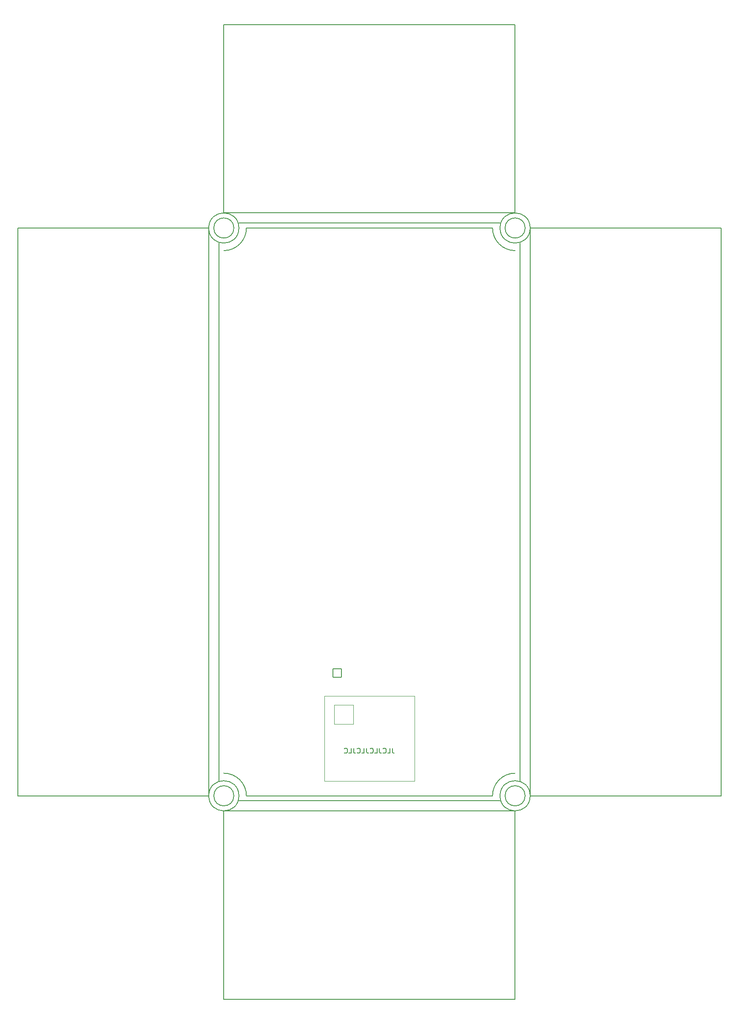
<source format=gbr>
%TF.GenerationSoftware,KiCad,Pcbnew,(6.0.9-0)*%
%TF.CreationDate,2024-05-22T19:22:00+02:00*%
%TF.ProjectId,npnium-switch,6e706e69-756d-42d7-9377-697463682e6b,rev?*%
%TF.SameCoordinates,Original*%
%TF.FileFunction,Legend,Bot*%
%TF.FilePolarity,Positive*%
%FSLAX46Y46*%
G04 Gerber Fmt 4.6, Leading zero omitted, Abs format (unit mm)*
G04 Created by KiCad (PCBNEW (6.0.9-0)) date 2024-05-22 19:22:00*
%MOMM*%
%LPD*%
G01*
G04 APERTURE LIST*
G04 Aperture macros list*
%AMRoundRect*
0 Rectangle with rounded corners*
0 $1 Rounding radius*
0 $2 $3 $4 $5 $6 $7 $8 $9 X,Y pos of 4 corners*
0 Add a 4 corners polygon primitive as box body*
4,1,4,$2,$3,$4,$5,$6,$7,$8,$9,$2,$3,0*
0 Add four circle primitives for the rounded corners*
1,1,$1+$1,$2,$3*
1,1,$1+$1,$4,$5*
1,1,$1+$1,$6,$7*
1,1,$1+$1,$8,$9*
0 Add four rect primitives between the rounded corners*
20,1,$1+$1,$2,$3,$4,$5,0*
20,1,$1+$1,$4,$5,$6,$7,0*
20,1,$1+$1,$6,$7,$8,$9,0*
20,1,$1+$1,$8,$9,$2,$3,0*%
G04 Aperture macros list end*
%ADD10C,0.150000*%
%ADD11C,0.127000*%
%ADD12C,0.120000*%
%ADD13RoundRect,0.051000X0.850000X-0.850000X0.850000X0.850000X-0.850000X0.850000X-0.850000X-0.850000X0*%
%ADD14O,1.802000X1.802000*%
%ADD15RoundRect,0.051000X1.908000X1.908000X-1.908000X1.908000X-1.908000X-1.908000X1.908000X-1.908000X0*%
%ADD16O,4.302000X2.902000*%
G04 APERTURE END LIST*
D10*
X104568047Y-147026380D02*
X104568047Y-147740666D01*
X104615666Y-147883523D01*
X104710904Y-147978761D01*
X104853761Y-148026380D01*
X104949000Y-148026380D01*
X103615666Y-148026380D02*
X104091857Y-148026380D01*
X104091857Y-147026380D01*
X102710904Y-147931142D02*
X102758523Y-147978761D01*
X102901380Y-148026380D01*
X102996619Y-148026380D01*
X103139476Y-147978761D01*
X103234714Y-147883523D01*
X103282333Y-147788285D01*
X103329952Y-147597809D01*
X103329952Y-147454952D01*
X103282333Y-147264476D01*
X103234714Y-147169238D01*
X103139476Y-147074000D01*
X102996619Y-147026380D01*
X102901380Y-147026380D01*
X102758523Y-147074000D01*
X102710904Y-147121619D01*
X101996619Y-147026380D02*
X101996619Y-147740666D01*
X102044238Y-147883523D01*
X102139476Y-147978761D01*
X102282333Y-148026380D01*
X102377571Y-148026380D01*
X101044238Y-148026380D02*
X101520428Y-148026380D01*
X101520428Y-147026380D01*
X100139476Y-147931142D02*
X100187095Y-147978761D01*
X100329952Y-148026380D01*
X100425190Y-148026380D01*
X100568047Y-147978761D01*
X100663285Y-147883523D01*
X100710904Y-147788285D01*
X100758523Y-147597809D01*
X100758523Y-147454952D01*
X100710904Y-147264476D01*
X100663285Y-147169238D01*
X100568047Y-147074000D01*
X100425190Y-147026380D01*
X100329952Y-147026380D01*
X100187095Y-147074000D01*
X100139476Y-147121619D01*
X99425190Y-147026380D02*
X99425190Y-147740666D01*
X99472809Y-147883523D01*
X99568047Y-147978761D01*
X99710904Y-148026380D01*
X99806142Y-148026380D01*
X98472809Y-148026380D02*
X98949000Y-148026380D01*
X98949000Y-147026380D01*
X97568047Y-147931142D02*
X97615666Y-147978761D01*
X97758523Y-148026380D01*
X97853761Y-148026380D01*
X97996619Y-147978761D01*
X98091857Y-147883523D01*
X98139476Y-147788285D01*
X98187095Y-147597809D01*
X98187095Y-147454952D01*
X98139476Y-147264476D01*
X98091857Y-147169238D01*
X97996619Y-147074000D01*
X97853761Y-147026380D01*
X97758523Y-147026380D01*
X97615666Y-147074000D01*
X97568047Y-147121619D01*
X96853761Y-147026380D02*
X96853761Y-147740666D01*
X96901380Y-147883523D01*
X96996619Y-147978761D01*
X97139476Y-148026380D01*
X97234714Y-148026380D01*
X95901380Y-148026380D02*
X96377571Y-148026380D01*
X96377571Y-147026380D01*
X94996619Y-147931142D02*
X95044238Y-147978761D01*
X95187095Y-148026380D01*
X95282333Y-148026380D01*
X95425190Y-147978761D01*
X95520428Y-147883523D01*
X95568047Y-147788285D01*
X95615666Y-147597809D01*
X95615666Y-147454952D01*
X95568047Y-147264476D01*
X95520428Y-147169238D01*
X95425190Y-147074000D01*
X95282333Y-147026380D01*
X95187095Y-147026380D01*
X95044238Y-147074000D01*
X94996619Y-147121619D01*
D11*
%TO.C,*%
X124500000Y-156500000D02*
X100000000Y-156500000D01*
X68000000Y-156500000D02*
X30000000Y-156500000D01*
X68000000Y-156500000D02*
X68000000Y-43500000D01*
X132000000Y-43500000D02*
X170000000Y-43500000D01*
X129000000Y-197000000D02*
X71000000Y-197000000D01*
X71000000Y-40500000D02*
X71000000Y-3000000D01*
X71000000Y-40500000D02*
X129000000Y-40500000D01*
X170000000Y-43500000D02*
X170000000Y-156500000D01*
X132000000Y-43500000D02*
X132000000Y-156500000D01*
X129000000Y-159500000D02*
X129000000Y-197000000D01*
X100000000Y-42500000D02*
X126000000Y-42500000D01*
X100000000Y-157500000D02*
X126000000Y-157500000D01*
X71000000Y-40500000D02*
X71000000Y-3000000D01*
X124500000Y-43500000D02*
X100000000Y-43500000D01*
X129000000Y-159500000D02*
X129000000Y-197000000D01*
X30000000Y-156500000D02*
X30000000Y-43500000D01*
X74000000Y-42500000D02*
X100000000Y-42500000D01*
X130000000Y-100000000D02*
X130000000Y-46500000D01*
X100000000Y-43500000D02*
X75500000Y-43500000D01*
X68000000Y-43500000D02*
X68000000Y-46635000D01*
X70000000Y-100000000D02*
X70000000Y-46500000D01*
X129000000Y-159500000D02*
X71000000Y-159500000D01*
X71000000Y-3000000D02*
X129000000Y-3000000D01*
X70000000Y-153500000D02*
X70000000Y-100000000D01*
X130000000Y-153500000D02*
X130000000Y-100000000D01*
X129000000Y-3000000D02*
X129000000Y-40500000D01*
X100000000Y-156500000D02*
X75500000Y-156500000D01*
X74000000Y-157500000D02*
X100000000Y-157500000D01*
X68000000Y-46635000D02*
X68000000Y-43500000D01*
X30000000Y-43500000D02*
X68000000Y-43500000D01*
X170000000Y-156500000D02*
X132000000Y-156500000D01*
X71000000Y-197000000D02*
X71000000Y-159500000D01*
X75500000Y-156500000D02*
G75*
G03*
X71000000Y-152000000I-4499998J2D01*
G01*
X124500000Y-43500000D02*
G75*
G03*
X129000000Y-48000000I4500000J0D01*
G01*
X129000000Y-152000000D02*
G75*
G03*
X124500000Y-156500000I0J-4500000D01*
G01*
X71000000Y-48000000D02*
G75*
G03*
X75500000Y-43500000I2J4499998D01*
G01*
X131000000Y-156500000D02*
G75*
G03*
X131000000Y-156500000I-2000000J0D01*
G01*
X131000000Y-43500000D02*
G75*
G03*
X131000000Y-43500000I-2000000J0D01*
G01*
X74000000Y-43500000D02*
G75*
G03*
X74000000Y-43500000I-3000000J0D01*
G01*
X73000000Y-156500000D02*
G75*
G03*
X73000000Y-156500000I-2000000J0D01*
G01*
X73000000Y-43500000D02*
G75*
G03*
X73000000Y-43500000I-2000000J0D01*
G01*
X132000000Y-43500000D02*
G75*
G03*
X132000000Y-43500000I-3000000J0D01*
G01*
X132000000Y-156500000D02*
G75*
G03*
X132000000Y-156500000I-3000000J0D01*
G01*
X74000000Y-156500000D02*
G75*
G03*
X74000000Y-156500000I-3000000J0D01*
G01*
D12*
%TO.C,SW1*%
X109000000Y-136600000D02*
X109000000Y-153600000D01*
X91000000Y-136600000D02*
X109000000Y-136600000D01*
X109000000Y-153600000D02*
X91000000Y-153600000D01*
X91000000Y-153600000D02*
X91000000Y-136600000D01*
%TD*%
%LPC*%
D13*
%TO.C,J3*%
X93599000Y-132080000D03*
D14*
X96139000Y-132080000D03*
X98679000Y-132080000D03*
X101219000Y-132080000D03*
X103759000Y-132080000D03*
X106299000Y-132080000D03*
%TD*%
D15*
%TO.C,SW1*%
X94920000Y-140400000D03*
D16*
X94920000Y-145100000D03*
X94920000Y-149800000D03*
X100000000Y-140400000D03*
X100000000Y-145100000D03*
X100000000Y-149800000D03*
X105080000Y-140400000D03*
X105080000Y-145100000D03*
X105080000Y-149800000D03*
%TD*%
M02*

</source>
